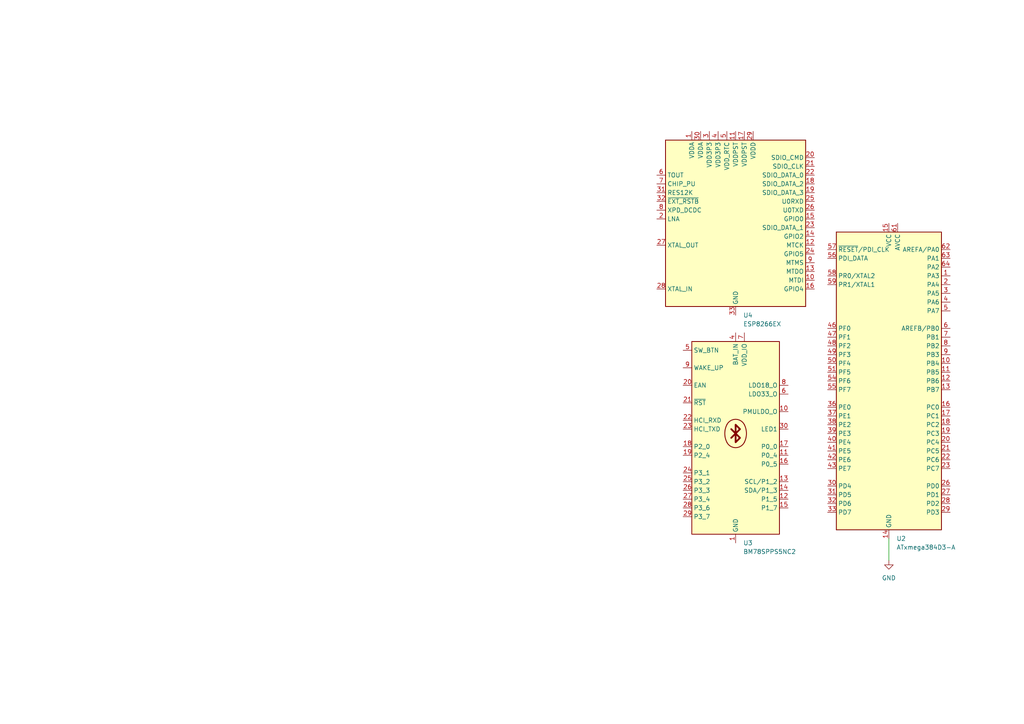
<source format=kicad_sch>
(kicad_sch (version 20230121) (generator eeschema)
  (paper "A4")
  (lib_symbols
    (symbol "MCU_Espressif:ESP8266EX"
      (property "Reference" "U" (at 0 2.54 0))
      (property "Value" "ESP8266EX" (at 0 -2.54 0))
      (symbol "ESP8266EX_0_1"
        (rectangle (start -20.32 22.86) (end 20.32 -25.4) (stroke (width 0.254)) (fill (type background)))
      )
      (symbol "ESP8266EX_1_1"
        (pin power_in line (at -12.7 25.4 270) (length 2.54) (name "VDDA") (number "1"))
        (pin bidirectional line (at 22.86 -17.78 180) (length 2.54) (name "MTDI") (number "10"))
        (pin power_in line (at 0 25.4 270) (length 2.54) (name "VDDPST") (number "11"))
        (pin bidirectional line (at 22.86 -7.62 180) (length 2.54) (name "MTCK") (number "12"))
        (pin bidirectional line (at 22.86 -15.24 180) (length 2.54) (name "MTDO") (number "13"))
        (pin bidirectional line (at 22.86 -5.08 180) (length 2.54) (name "GPIO2") (number "14"))
        (pin bidirectional line (at 22.86 0 180) (length 2.54) (name "GPIO0") (number "15"))
        (pin bidirectional line (at 22.86 -20.32 180) (length 2.54) (name "GPIO4") (number "16"))
        (pin power_in line (at 2.54 25.4 270) (length 2.54) (name "VDDPST") (number "17"))
        (pin bidirectional line (at 22.86 10.16 180) (length 2.54) (name "SDIO_DATA_2") (number "18"))
        (pin bidirectional line (at 22.86 7.62 180) (length 2.54) (name "SDIO_DATA_3") (number "19"))
        (pin bidirectional line (at -22.86 0 0) (length 2.54) (name "LNA") (number "2"))
        (pin bidirectional line (at 22.86 17.78 180) (length 2.54) (name "SDIO_CMD") (number "20"))
        (pin bidirectional line (at 22.86 15.24 180) (length 2.54) (name "SDIO_CLK") (number "21"))
        (pin bidirectional line (at 22.86 12.7 180) (length 2.54) (name "SDIO_DATA_0") (number "22"))
        (pin bidirectional line (at 22.86 -2.54 180) (length 2.54) (name "SDIO_DATA_1") (number "23"))
        (pin bidirectional line (at 22.86 -10.16 180) (length 2.54) (name "GPIO5") (number "24"))
        (pin bidirectional line (at 22.86 5.08 180) (length 2.54) (name "U0RXD") (number "25"))
        (pin bidirectional line (at 22.86 2.54 180) (length 2.54) (name "U0TXD") (number "26"))
        (pin bidirectional line (at -22.86 -7.62 0) (length 2.54) (name "XTAL_OUT") (number "27"))
        (pin bidirectional line (at -22.86 -20.32 0) (length 2.54) (name "XTAL_IN") (number "28"))
        (pin power_in line (at 5.08 25.4 270) (length 2.54) (name "VDDD") (number "29"))
        (pin power_in line (at -7.62 25.4 270) (length 2.54) (name "VDD3P3") (number "3"))
        (pin power_in line (at -10.16 25.4 270) (length 2.54) (name "VDDA") (number "30"))
        (pin input line (at -22.86 7.62 0) (length 2.54) (name "RES12K") (number "31"))
        (pin input line (at -22.86 5.08 0) (length 2.54) (name "~{EXT_RSTB}") (number "32"))
        (pin power_in line (at 0 -27.94 90) (length 2.54) (name "GND") (number "33"))
        (pin power_in line (at -5.08 25.4 270) (length 2.54) (name "VDD3P3") (number "4"))
        (pin power_in line (at -2.54 25.4 270) (length 2.54) (name "VDD_RTC") (number "5"))
        (pin input line (at -22.86 12.7 0) (length 2.54) (name "TOUT") (number "6"))
        (pin input line (at -22.86 10.16 0) (length 2.54) (name "CHIP_PU") (number "7"))
        (pin bidirectional line (at -22.86 2.54 0) (length 2.54) (name "XPD_DCDC") (number "8"))
        (pin bidirectional line (at 22.86 -12.7 180) (length 2.54) (name "MTMS") (number "9"))
      )
    )
    (symbol "MCU_Microchip_ATmega:ATxmega384D3-A"
      (property "Reference" "U" (at -15.24 44.45 0))
      (property "Value" "ATxmega384D3-A" (at 2.54 -44.45 0))
      (symbol "ATxmega384D3-A_0_1"
        (rectangle (start -15.24 -43.18) (end 15.24 43.18) (stroke (width 0.254)) (fill (type background)))
      )
      (symbol "ATxmega384D3-A_1_1"
        (pin bidirectional line (at 17.78 30.48 180) (length 2.54) (name "PA3") (number "1"))
        (pin bidirectional line (at 17.78 5.08 180) (length 2.54) (name "PB4") (number "10"))
        (pin bidirectional line (at 17.78 2.54 180) (length 2.54) (name "PB5") (number "11"))
        (pin bidirectional line (at 17.78 0 180) (length 2.54) (name "PB6") (number "12"))
        (pin bidirectional line (at 17.78 -2.54 180) (length 2.54) (name "PB7") (number "13"))
        (pin power_in line (at 0 -45.72 90) (length 2.54) (name "GND") (number "14"))
        (pin power_in line (at 0 45.72 270) (length 2.54) (name "VCC") (number "15"))
        (pin bidirectional line (at 17.78 -7.62 180) (length 2.54) (name "PC0") (number "16"))
        (pin bidirectional line (at 17.78 -10.16 180) (length 2.54) (name "PC1") (number "17"))
        (pin bidirectional line (at 17.78 -12.7 180) (length 2.54) (name "PC2") (number "18"))
        (pin bidirectional line (at 17.78 -15.24 180) (length 2.54) (name "PC3") (number "19"))
        (pin bidirectional line (at 17.78 27.94 180) (length 2.54) (name "PA4") (number "2"))
        (pin bidirectional line (at 17.78 -17.78 180) (length 2.54) (name "PC4") (number "20"))
        (pin bidirectional line (at 17.78 -20.32 180) (length 2.54) (name "PC5") (number "21"))
        (pin bidirectional line (at 17.78 -22.86 180) (length 2.54) (name "PC6") (number "22"))
        (pin bidirectional line (at 17.78 -25.4 180) (length 2.54) (name "PC7") (number "23"))
        (pin passive line (at 0 -45.72 90) (length 2.54) hide (name "GND") (number "24"))
        (pin passive line (at 0 45.72 270) (length 2.54) hide (name "VCC") (number "25"))
        (pin bidirectional line (at 17.78 -30.48 180) (length 2.54) (name "PD0") (number "26"))
        (pin bidirectional line (at 17.78 -33.02 180) (length 2.54) (name "PD1") (number "27"))
        (pin bidirectional line (at 17.78 -35.56 180) (length 2.54) (name "PD2") (number "28"))
        (pin bidirectional line (at 17.78 -38.1 180) (length 2.54) (name "PD3") (number "29"))
        (pin bidirectional line (at 17.78 25.4 180) (length 2.54) (name "PA5") (number "3"))
        (pin bidirectional line (at -17.78 -30.48 0) (length 2.54) (name "PD4") (number "30"))
        (pin bidirectional line (at -17.78 -33.02 0) (length 2.54) (name "PD5") (number "31"))
        (pin bidirectional line (at -17.78 -35.56 0) (length 2.54) (name "PD6") (number "32"))
        (pin bidirectional line (at -17.78 -38.1 0) (length 2.54) (name "PD7") (number "33"))
        (pin passive line (at 0 -45.72 90) (length 2.54) hide (name "GND") (number "34"))
        (pin passive line (at 0 45.72 270) (length 2.54) hide (name "VCC") (number "35"))
        (pin bidirectional line (at -17.78 -7.62 0) (length 2.54) (name "PE0") (number "36"))
        (pin bidirectional line (at -17.78 -10.16 0) (length 2.54) (name "PE1") (number "37"))
        (pin bidirectional line (at -17.78 -12.7 0) (length 2.54) (name "PE2") (number "38"))
        (pin bidirectional line (at -17.78 -15.24 0) (length 2.54) (name "PE3") (number "39"))
        (pin bidirectional line (at 17.78 22.86 180) (length 2.54) (name "PA6") (number "4"))
        (pin bidirectional line (at -17.78 -17.78 0) (length 2.54) (name "PE4") (number "40"))
        (pin bidirectional line (at -17.78 -20.32 0) (length 2.54) (name "PE5") (number "41"))
        (pin bidirectional line (at -17.78 -22.86 0) (length 2.54) (name "PE6") (number "42"))
        (pin bidirectional line (at -17.78 -25.4 0) (length 2.54) (name "PE7") (number "43"))
        (pin passive line (at 0 -45.72 90) (length 2.54) hide (name "GND") (number "44"))
        (pin passive line (at 0 45.72 270) (length 2.54) hide (name "VCC") (number "45"))
        (pin bidirectional line (at -17.78 15.24 0) (length 2.54) (name "PF0") (number "46"))
        (pin bidirectional line (at -17.78 12.7 0) (length 2.54) (name "PF1") (number "47"))
        (pin bidirectional line (at -17.78 10.16 0) (length 2.54) (name "PF2") (number "48"))
        (pin bidirectional line (at -17.78 7.62 0) (length 2.54) (name "PF3") (number "49"))
        (pin bidirectional line (at 17.78 20.32 180) (length 2.54) (name "PA7") (number "5"))
        (pin bidirectional line (at -17.78 5.08 0) (length 2.54) (name "PF4") (number "50"))
        (pin bidirectional line (at -17.78 2.54 0) (length 2.54) (name "PF5") (number "51"))
        (pin passive line (at 0 -45.72 90) (length 2.54) hide (name "GND") (number "52"))
        (pin passive line (at 0 45.72 270) (length 2.54) hide (name "VCC") (number "53"))
        (pin bidirectional line (at -17.78 0 0) (length 2.54) (name "PF6") (number "54"))
        (pin bidirectional line (at -17.78 -2.54 0) (length 2.54) (name "PF7") (number "55"))
        (pin bidirectional line (at -17.78 35.56 0) (length 2.54) (name "PDI_DATA") (number "56"))
        (pin input line (at -17.78 38.1 0) (length 2.54) (name "~{RESET}/PDI_CLK") (number "57"))
        (pin bidirectional line (at -17.78 30.48 0) (length 2.54) (name "PR0/XTAL2") (number "58"))
        (pin bidirectional line (at -17.78 27.94 0) (length 2.54) (name "PR1/XTAL1") (number "59"))
        (pin bidirectional line (at 17.78 15.24 180) (length 2.54) (name "AREFB/PB0") (number "6"))
        (pin passive line (at 0 -45.72 90) (length 2.54) hide (name "GND") (number "60"))
        (pin power_in line (at 2.54 45.72 270) (length 2.54) (name "AVCC") (number "61"))
        (pin bidirectional line (at 17.78 38.1 180) (length 2.54) (name "AREFA/PA0") (number "62"))
        (pin bidirectional line (at 17.78 35.56 180) (length 2.54) (name "PA1") (number "63"))
        (pin bidirectional line (at 17.78 33.02 180) (length 2.54) (name "PA2") (number "64"))
        (pin bidirectional line (at 17.78 12.7 180) (length 2.54) (name "PB1") (number "7"))
        (pin bidirectional line (at 17.78 10.16 180) (length 2.54) (name "PB2") (number "8"))
        (pin bidirectional line (at 17.78 7.62 180) (length 2.54) (name "PB3") (number "9"))
      )
    )
    (symbol "RF_Bluetooth:BM78SPPS5NC2"
      (property "Reference" "U" (at -12.7 29.21 0))
      (property "Value" "BM78SPPS5NC2" (at 1.27 -29.21 0))
      (symbol "BM78SPPS5NC2_0_1"
        (rectangle (start -12.7 27.94) (end 12.7 -27.94) (stroke (width 0.254)) (fill (type background)))
        (arc (start -2.54 -1.27) (mid 0 -2.8398) (end 2.54 -1.27) (stroke (width 0.254)) (fill (type background)))
        (arc (start -2.54 3.81) (mid -3.1396 1.27) (end -2.54 -1.27) (stroke (width 0.254)) (fill (type background)))
        (polyline (pts (xy 0 1.27) (xy -1.27 0)) (stroke (width 0.508)))
        (polyline (pts (xy 0 1.27) (xy -1.27 2.54)) (stroke (width 0.508)))
        (polyline (pts (xy 0 3.81) (xy 1.27 2.54) (xy 0 1.27) (xy 1.27 0) (xy 0 -1.27) (xy 0 3.81)) (stroke (width 0.508)))
        (arc (start 2.54 -1.27) (mid 3.1396 1.27) (end 2.54 3.81) (stroke (width 0.254)) (fill (type background)))
        (arc (start 2.54 3.81) (mid 0 5.3798) (end -2.54 3.81) (stroke (width 0.254)) (fill (type background)))
      )
      (symbol "BM78SPPS5NC2_1_1"
        (pin power_in line (at 0 -30.48 90) (length 2.54) (name "GND") (number "1"))
        (pin passive line (at 15.24 7.62 180) (length 2.54) (name "PMULDO_O") (number "10"))
        (pin output line (at 15.24 -5.08 180) (length 2.54) (name "P0_4") (number "11"))
        (pin output line (at 15.24 -17.78 180) (length 2.54) (name "P1_5") (number "12"))
        (pin output line (at 15.24 -12.7 180) (length 2.54) (name "SCL/P1_2") (number "13"))
        (pin bidirectional line (at 15.24 -15.24 180) (length 2.54) (name "SDA/P1_3") (number "14"))
        (pin bidirectional line (at 15.24 -20.32 180) (length 2.54) (name "P1_7") (number "15"))
        (pin bidirectional line (at 15.24 -7.62 180) (length 2.54) (name "P0_5") (number "16"))
        (pin bidirectional line (at 15.24 -2.54 180) (length 2.54) (name "P0_0") (number "17"))
        (pin input line (at -15.24 -2.54 0) (length 2.54) (name "P2_0") (number "18"))
        (pin input line (at -15.24 -5.08 0) (length 2.54) (name "P2_4") (number "19"))
        (pin passive line (at 0 -30.48 90) (length 2.54) hide (name "GND") (number "2"))
        (pin input line (at -15.24 15.24 0) (length 2.54) (name "EAN") (number "20"))
        (pin input line (at -15.24 10.16 0) (length 2.54) (name "~{RST}") (number "21"))
        (pin input line (at -15.24 5.08 0) (length 2.54) (name "HCI_RXD") (number "22"))
        (pin output line (at -15.24 2.54 0) (length 2.54) (name "HCI_TXD") (number "23"))
        (pin bidirectional line (at -15.24 -10.16 0) (length 2.54) (name "P3_1") (number "24"))
        (pin bidirectional line (at -15.24 -12.7 0) (length 2.54) (name "P3_2") (number "25"))
        (pin bidirectional line (at -15.24 -15.24 0) (length 2.54) (name "P3_3") (number "26"))
        (pin bidirectional line (at -15.24 -17.78 0) (length 2.54) (name "P3_4") (number "27"))
        (pin bidirectional line (at -15.24 -20.32 0) (length 2.54) (name "P3_6") (number "28"))
        (pin bidirectional line (at -15.24 -22.86 0) (length 2.54) (name "P3_7") (number "29"))
        (pin passive line (at 0 -30.48 90) (length 2.54) hide (name "GND") (number "3"))
        (pin output line (at 15.24 2.54 180) (length 2.54) (name "LED1") (number "30"))
        (pin passive line (at 0 -30.48 90) (length 2.54) hide (name "GND") (number "31"))
        (pin passive line (at 0 -30.48 90) (length 2.54) hide (name "GND") (number "32"))
        (pin passive line (at 0 -30.48 90) (length 2.54) hide (name "GND") (number "33"))
        (pin power_in line (at 0 30.48 270) (length 2.54) (name "BAT_IN") (number "4"))
        (pin input line (at -15.24 25.4 0) (length 2.54) (name "SW_BTN") (number "5"))
        (pin power_out line (at 15.24 12.7 180) (length 2.54) (name "LDO33_O") (number "6"))
        (pin power_in line (at 2.54 30.48 270) (length 2.54) (name "VDD_IO") (number "7"))
        (pin power_out line (at 15.24 15.24 180) (length 2.54) (name "LDO18_O") (number "8"))
        (pin input line (at -15.24 20.32 0) (length 2.54) (name "WAKE_UP") (number "9"))
      )
    )
    (symbol "power:GND" (power) (pin_names (offset 0))
      (property "Value" "GND" (at 0 -3.81 0))
      (symbol "GND_0_1"
        (polyline (pts (xy 0 0) (xy 0 -1.27) (xy 1.27 -1.27) (xy 0 -2.54) (xy -1.27 -1.27) (xy 0 -1.27)))
      )
      (symbol "GND_1_1"
        (pin power_in line (at 0 0 270) (length 0) hide (name "GND") (number "1"))
      )
    )
  )
  (wire (pts (xy 257.81 156.21) (xy 257.81 162.56)))
  (symbol (lib_id "MCU_Espressif:ESP8266EX") (at 213.36 63.5 0) (unit 1)
    (property "Reference" "U4" (at 215.5541 91.44 0) (effects (justify left)))
    (property "Value" "ESP8266EX" (at 215.5541 93.98 0) (effects (justify left)))
    (property "Footprint" "Package_DFN_QFN:QFN-32-1EP_5x5mm_P0.5mm_EP3.45x3.45mm" (effects hide))
    (property "Datasheet" "http://espressif.com/sites/default/files/documentation/0a-esp8266ex_datasheet_en.pdf" (effects hide))
  )
  (symbol (lib_id "power:GND") (at 257.81 162.56 0) (unit 1)
    (property "Reference" "#PWR07" (effects hide))
    (property "Value" "GND" (at 257.81 167.64 0))
  )
  (symbol (lib_id "RF_Bluetooth:BM78SPPS5NC2") (at 213.36 127 0) (unit 1)
    (property "Reference" "U3" (at 215.5541 157.48 0) (effects (justify left)))
    (property "Value" "BM78SPPS5NC2" (at 215.5541 160.02 0) (effects (justify left)))
    (property "Footprint" "RF_Module:BM78SPPS5XC2" (effects hide))
    (property "Datasheet" "http://ww1.microchip.com/downloads/en/DeviceDoc/60001380C.pdf" (effects hide))
  )
  (symbol (lib_id "MCU_Microchip_ATmega:ATxmega384D3-A") (at 257.81 110.49 0) (unit 1)
    (property "Reference" "U2" (at 260.0041 156.21 0) (effects (justify left)))
    (property "Value" "ATxmega384D3-A" (at 260.0041 158.75 0) (effects (justify left)))
    (property "Footprint" "Package_QFP:TQFP-64_14x14mm_P0.8mm" (effects hide))
    (property "Datasheet" "http://ww1.microchip.com/downloads/en/DeviceDoc/Atmel-8134-8-16-bit-Atmel-XMEGA-D3-Microcontroller_Datasheet.pdf" (effects hide))
  )
)
</source>
